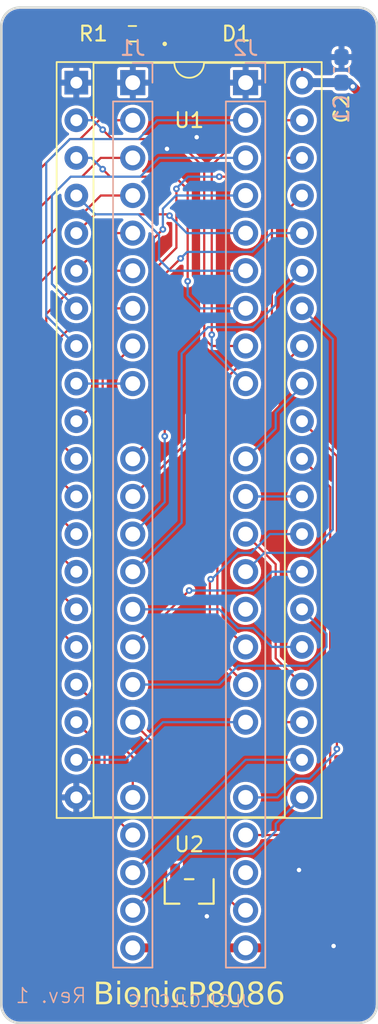
<source format=kicad_pcb>
(kicad_pcb (version 20241229) (generator "pcbnew") (generator_version "9.0")
  (title_block (title "BionicP8086") (date "2025-12-24") (rev "1") (company "Tadashi G. Takaoka"))
  (layers (0 "F.Cu" signal) (2 "B.Cu" signal) (13 "F.Paste" user) (15 "B.Paste" user) (5 "F.SilkS" user "F.Silkscreen") (7 "B.SilkS" user "B.Silkscreen") (1 "F.Mask" user) (3 "B.Mask" user) (25 "Edge.Cuts" user))
  (net 0 "")
  (net 1 "GND")
  (net 2 "VCC")
  (net 3 "Net-(D1-K)")
  (net 4 "Net-(J2-P57)")
  (net 5 "AD9")
  (net 7 "CLK")
  (net 8 "M{slash}~{IO}")
  (net 9 "DT{slash}~{R}")
  (net 10 "READY")
  (net 11 "~{DEN}")
  (net 12 "AD13")
  (net 13 "A19")
  (net 14 "AD7")
  (net 15 "AD2")
  (net 16 "AD11")
  (net 17 "AD10")
  (net 18 "AD5")
  (net 19 "~{BHE}")
  (net 20 "AD12")
  (net 21 "RESET")
  (net 22 "~{RD}")
  (net 23 "AD8")
  (net 24 "ALE")
  (net 25 "AD3")
  (net 26 "~{TEST}")
  (net 27 "A18")
  (net 28 "AD0")
  (net 29 "HLDA")
  (net 30 "~{INTA}")
  (net 31 "NMI")
  (net 32 "AD1")
  (net 33 "AD4")
  (net 34 "A16")
  (net 35 "AD15")
  (net 36 "INTR")
  (net 37 "MN{slash}~{MX}")
  (net 38 "AD6")
  (net 39 "HOLD")
  (net 40 "A17")
  (net 41 "AD14")
  (net 42 "~{WR}")
  (footprint "rhom:LED_CSL1901UW1_ROM-M" (layer "F.Cu") (at 113.7 71.778)
    (property "Reference" "D1" (at 3.175 0 0) (layer "F.SilkS"))
    (property "Value" "CSL1901UW1")
    (fp_circle (center -1.651 0.6858) (end -1.5748 0.6858) (stroke (width 0.1524)) (fill no) (layer "F.SilkS"))
    (pad "1" smd rect (at -0.8763 0) (size 0.9652 0.762) (layers "F.Cu" "F.Mask" "F.Paste") (net 3 "Net-(D1-K)"))
    (pad "2" smd rect (at 0.8763 0) (size 0.9652 0.762) (layers "F.Cu" "F.Mask" "F.Paste") (net 2 "VCC"))
    (zone (net 0) (net_name "") (layer "F.Cu") (connect_pads (clearance 0)) (min_thickness 0.254)
      (keepout (tracks not_allowed) (vias not_allowed) (pads allowed) (copperpour not_allowed) (footprints allowed))
      (fill (thermal_gap 0.508) (thermal_bridge_width 0.508))
      (polygon (pts (xy 113.3571 71.4224) (xy 114.0429 71.4224) (xy 114.0429 72.1336) (xy 113.3571 72.1336)))
    )
  )
  (footprint "Capacitor_SMD:C_0603_1608Metric_Pad1.08x0.95mm_HandSolder" (layer "F.Cu") (at 123.987 74.2175 90)
    (property "Reference" "C2" (at -2.6405 0 90) (layer "F.SilkS"))
    (property "Value" "22u")
    (fp_line (start -0.146267 -0.51) (end 0.146267 -0.51) (stroke (width 0.12)) (layer "F.SilkS"))
    (fp_line (start -0.146267 0.51) (end 0.146267 0.51) (stroke (width 0.12)) (layer "F.SilkS"))
    (pad "1" smd roundrect (at -0.8625 0 90) (size 1.075 0.95) (layers "F.Cu" "F.Mask" "F.Paste") (net 2 "VCC"))
    (pad "2" smd roundrect (at 0.8625 0 90) (size 1.075 0.95) (layers "F.Cu" "F.Mask" "F.Paste") (net 1 "GND"))
  )
  (footprint "microchip:SOT-23_MC_MCH-M" (layer "F.Cu") (at 113.7 129.69 180)
    (property "Reference" "U2" (at 0 3.175 0) (layer "F.SilkS"))
    (property "Value" "11AA010-I/TT")
    (fp_line (start 1.652 0.827) (end 1.652 -0.827) (stroke (width 0.1524)) (layer "F.SilkS"))
    (fp_line (start 1.652 -0.827) (end 0.66294 -0.827) (stroke (width 0.1524)) (layer "F.SilkS"))
    (fp_line (start -0.287061 0.827) (end 0.287061 0.827) (stroke (width 0.1524)) (layer "F.SilkS"))
    (fp_line (start -0.66294 -0.827) (end -1.652 -0.827) (stroke (width 0.1524)) (layer "F.SilkS"))
    (fp_line (start -1.652 -0.827) (end -1.652 0.827) (stroke (width 0.1524)) (layer "F.SilkS"))
    (pad "1" smd rect (at -0.950001 1.066 180) (size 0.6604 1.6256) (layers "F.Cu" "F.Mask" "F.Paste") (net 4 "Net-(J2-P57)"))
    (pad "2" smd rect (at 0.950001 1.066 180) (size 0.6604 1.6256) (layers "F.Cu" "F.Mask" "F.Paste") (net 2 "VCC"))
    (pad "3" smd rect (at 0 -1.066 180) (size 0.6604 1.6256) (layers "F.Cu" "F.Mask" "F.Paste") (net 1 "GND"))
  )
  (footprint "Resistor_SMD:R_0603_1608Metric_Pad0.98x0.95mm_HandSolder" (layer "F.Cu") (at 109.8665 71.778 180)
    (property "Reference" "R1" (at 2.6435 0 0) (layer "F.SilkS"))
    (property "Value" "1.6k")
    (fp_line (start -0.254724 0.5225) (end 0.254724 0.5225) (stroke (width 0.12)) (layer "F.SilkS"))
    (fp_line (start -0.254724 -0.5225) (end 0.254724 -0.5225) (stroke (width 0.12)) (layer "F.SilkS"))
    (pad "1" smd roundrect (at -0.9125 0 180) (size 0.975 0.95) (layers "F.Cu" "F.Mask" "F.Paste") (net 3 "Net-(D1-K)"))
    (pad "2" smd roundrect (at 0.9125 0 180) (size 0.975 0.95) (layers "F.Cu" "F.Mask" "F.Paste") (net 1 "GND"))
  )
  (footprint "bionic:DIP-40_W15.24mm_Socket" (layer "F.Cu") (at 106.08 75.08)
    (property "Reference" "U1" (at 7.62 2.54 0) (layer "F.SilkS"))
    (property "Value" "P8086")
    (fp_line (start -1.33 -1.39) (end -1.33 49.65) (stroke (width 0.12)) (layer "F.SilkS"))
    (fp_line (start -1.33 49.65) (end 16.57 49.65) (stroke (width 0.12)) (layer "F.SilkS"))
    (fp_line (start 1.16 -1.33) (end 1.16 49.59) (stroke (width 0.12)) (layer "F.SilkS"))
    (fp_line (start 1.16 49.59) (end 14.08 49.59) (stroke (width 0.12)) (layer "F.SilkS"))
    (fp_line (start 6.62 -1.33) (end 1.16 -1.33) (stroke (width 0.12)) (layer "F.SilkS"))
    (fp_line (start 14.08 -1.33) (end 8.62 -1.33) (stroke (width 0.12)) (layer "F.SilkS"))
    (fp_line (start 14.08 49.59) (end 14.08 -1.33) (stroke (width 0.12)) (layer "F.SilkS"))
    (fp_line (start 16.57 -1.39) (end -1.33 -1.39) (stroke (width 0.12)) (layer "F.SilkS"))
    (fp_line (start 16.57 49.65) (end 16.57 -1.39) (stroke (width 0.12)) (layer "F.SilkS"))
    (fp_arc (start 8.62 -1.33) (mid 7.62 -0.33) (end 6.62 -1.33) (stroke (width 0.12)) (layer "F.SilkS"))
    (pad "1" thru_hole rect (at 0 0) (size 1.6 1.6) (drill 0.8) (layers "*.Cu" "*.Mask") (net 1 "GND"))
    (pad "2" thru_hole oval (at 0 2.54) (size 1.6 1.6) (drill 0.8) (layers "*.Cu" "*.Mask") (net 41 "AD14"))
    (pad "3" thru_hole oval (at 0 5.08) (size 1.6 1.6) (drill 0.8) (layers "*.Cu" "*.Mask") (net 12 "AD13"))
    (pad "4" thru_hole oval (at 0 7.62) (size 1.6 1.6) (drill 0.8) (layers "*.Cu" "*.Mask") (net 20 "AD12"))
    (pad "5" thru_hole oval (at 0 10.16) (size 1.6 1.6) (drill 0.8) (layers "*.Cu" "*.Mask") (net 16 "AD11"))
    (pad "6" thru_hole oval (at 0 12.7) (size 1.6 1.6) (drill 0.8) (layers "*.Cu" "*.Mask") (net 17 "AD10"))
    (pad "7" thru_hole oval (at 0 15.24) (size 1.6 1.6) (drill 0.8) (layers "*.Cu" "*.Mask") (net 5 "AD9"))
    (pad "8" thru_hole oval (at 0 17.78) (size 1.6 1.6) (drill 0.8) (layers "*.Cu" "*.Mask") (net 23 "AD8"))
    (pad "9" thru_hole oval (at 0 20.32) (size 1.6 1.6) (drill 0.8) (layers "*.Cu" "*.Mask") (net 14 "AD7"))
    (pad "10" thru_hole oval (at 0 22.86) (size 1.6 1.6) (drill 0.8) (layers "*.Cu" "*.Mask") (net 38 "AD6"))
    (pad "11" thru_hole oval (at 0 25.4) (size 1.6 1.6) (drill 0.8) (layers "*.Cu" "*.Mask") (net 18 "AD5"))
    (pad "12" thru_hole oval (at 0 27.94) (size 1.6 1.6) (drill 0.8) (layers "*.Cu" "*.Mask") (net 33 "AD4"))
    (pad "13" thru_hole oval (at 0 30.48) (size 1.6 1.6) (drill 0.8) (layers "*.Cu" "*.Mask") (net 25 "AD3"))
    (pad "14" thru_hole oval (at 0 33.02) (size 1.6 1.6) (drill 0.8) (layers "*.Cu" "*.Mask") (net 15 "AD2"))
    (pad "15" thru_hole oval (at 0 35.56) (size 1.6 1.6) (drill 0.8) (layers "*.Cu" "*.Mask") (net 32 "AD1"))
    (pad "16" thru_hole oval (at 0 38.1) (size 1.6 1.6) (drill 0.8) (layers "*.Cu" "*.Mask") (net 28 "AD0"))
    (pad "17" thru_hole oval (at 0 40.64) (size 1.6 1.6) (drill 0.8) (layers "*.Cu" "*.Mask") (net 31 "NMI"))
    (pad "18" thru_hole oval (at 0 43.18) (size 1.6 1.6) (drill 0.8) (layers "*.Cu" "*.Mask") (net 36 "INTR"))
    (pad "19" thru_hole oval (at 0 45.72) (size 1.6 1.6) (drill 0.8) (layers "*.Cu" "*.Mask") (net 7 "CLK"))
    (pad "20" thru_hole oval (at 0 48.26) (size 1.6 1.6) (drill 0.8) (layers "*.Cu" "*.Mask") (net 1 "GND"))
    (pad "21" thru_hole oval (at 15.24 48.26) (size 1.6 1.6) (drill 0.8) (layers "*.Cu" "*.Mask") (net 21 "RESET"))
    (pad "22" thru_hole oval (at 15.24 45.72) (size 1.6 1.6) (drill 0.8) (layers "*.Cu" "*.Mask") (net 10 "READY"))
    (pad "23" thru_hole oval (at 15.24 43.18) (size 1.6 1.6) (drill 0.8) (layers "*.Cu" "*.Mask") (net 26 "~{TEST}"))
    (pad "24" thru_hole oval (at 15.24 40.64) (size 1.6 1.6) (drill 0.8) (layers "*.Cu" "*.Mask") (net 30 "~{INTA}"))
    (pad "25" thru_hole oval (at 15.24 38.1) (size 1.6 1.6) (drill 0.8) (layers "*.Cu" "*.Mask") (net 24 "ALE"))
    (pad "26" thru_hole oval (at 15.24 35.56) (size 1.6 1.6) (drill 0.8) (layers "*.Cu" "*.Mask") (net 11 "~{DEN}"))
    (pad "27" thru_hole oval (at 15.24 33.02) (size 1.6 1.6) (drill 0.8) (layers "*.Cu" "*.Mask") (net 9 "DT{slash}~{R}"))
    (pad "28" thru_hole oval (at 15.24 30.48) (size 1.6 1.6) (drill 0.8) (layers "*.Cu" "*.Mask") (net 8 "M{slash}~{IO}"))
    (pad "29" thru_hole oval (at 15.24 27.94) (size 1.6 1.6) (drill 0.8) (layers "*.Cu" "*.Mask") (net 42 "~{WR}"))
    (pad "30" thru_hole oval (at 15.24 25.4) (size 1.6 1.6) (drill 0.8) (layers "*.Cu" "*.Mask") (net 29 "HLDA"))
    (pad "31" thru_hole oval (at 15.24 22.86) (size 1.6 1.6) (drill 0.8) (layers "*.Cu" "*.Mask") (net 39 "HOLD"))
    (pad "32" thru_hole oval (at 15.24 20.32) (size 1.6 1.6) (drill 0.8) (layers "*.Cu" "*.Mask") (net 22 "~{RD}"))
    (pad "33" thru_hole oval (at 15.24 17.78) (size 1.6 1.6) (drill 0.8) (layers "*.Cu" "*.Mask") (net 37 "MN{slash}~{MX}"))
    (pad "34" thru_hole oval (at 15.24 15.24) (size 1.6 1.6) (drill 0.8) (layers "*.Cu" "*.Mask") (net 19 "~{BHE}"))
    (pad "35" thru_hole oval (at 15.24 12.7) (size 1.6 1.6) (drill 0.8) (layers "*.Cu" "*.Mask") (net 13 "A19"))
    (pad "36" thru_hole oval (at 15.24 10.16) (size 1.6 1.6) (drill 0.8) (layers "*.Cu" "*.Mask") (net 27 "A18"))
    (pad "37" thru_hole oval (at 15.24 7.62) (size 1.6 1.6) (drill 0.8) (layers "*.Cu" "*.Mask") (net 40 "A17"))
    (pad "38" thru_hole oval (at 15.24 5.08) (size 1.6 1.6) (drill 0.8) (layers "*.Cu" "*.Mask") (net 34 "A16"))
    (pad "39" thru_hole oval (at 15.24 2.54) (size 1.6 1.6) (drill 0.8) (layers "*.Cu" "*.Mask") (net 35 "AD15"))
    (pad "40" thru_hole oval (at 15.24 0) (size 1.6 1.6) (drill 0.8) (layers "*.Cu" "*.Mask") (net 2 "VCC"))
  )
  (footprint "bionic:Bionic-P245_THT" (layer "B.Cu") (at 117.51 75.08 180)
    (property "Reference" "J2" (at 0 2.33 0) (layer "B.SilkS") (effects (justify mirror)))
    (property "Value" "Bionic-P245")
    (fp_line (start 1.33 -1.27) (end 1.33 -59.75) (stroke (width 0.12)) (layer "B.SilkS"))
    (fp_line (start -1.33 1.33) (end 0 1.33) (stroke (width 0.12)) (layer "B.SilkS"))
    (fp_line (start -1.33 0) (end -1.33 1.33) (stroke (width 0.12)) (layer "B.SilkS"))
    (fp_line (start -1.33 -1.27) (end 1.33 -1.27) (stroke (width 0.12)) (layer "B.SilkS"))
    (fp_line (start -1.33 -1.27) (end -1.33 -59.75) (stroke (width 0.12)) (layer "B.SilkS"))
    (fp_line (start -1.33 -59.75) (end 1.33 -59.75) (stroke (width 0.12)) (layer "B.SilkS"))
    (pad "25" thru_hole oval (at 0 -58.42 180) (size 1.7 1.7) (drill 1) (layers "*.Cu" "*.Mask") (net 2 "VCC"))
    (pad "26" thru_hole oval (at 0 -55.88 180) (size 1.7 1.7) (drill 1) (layers "*.Cu" "*.Mask") (net 4 "Net-(J2-P57)"))
    (pad "27" thru_hole oval (at 0 -53.34 180) (size 1.7 1.7) (drill 1) (layers "*.Cu" "*.Mask"))
    (pad "28" thru_hole oval (at 0 -50.8 180) (size 1.7 1.7) (drill 1) (layers "*.Cu" "*.Mask") (net 29 "HLDA"))
    (pad "29" thru_hole oval (at 0 -48.26 180) (size 1.7 1.7) (drill 1) (layers "*.Cu" "*.Mask") (net 39 "HOLD"))
    (pad "31" thru_hole oval (at 0 -43.18 180) (size 1.7 1.7) (drill 1) (layers "*.Cu" "*.Mask") (net 7 "CLK"))
    (pad "32" thru_hole oval (at 0 -40.64 180) (size 1.7 1.7) (drill 1) (layers "*.Cu" "*.Mask") (net 8 "M{slash}~{IO}"))
    (pad "33" thru_hole oval (at 0 -38.1 180) (size 1.7 1.7) (drill 1) (layers "*.Cu" "*.Mask") (net 37 "MN{slash}~{MX}"))
    (pad "34" thru_hole oval (at 0 -35.56 180) (size 1.7 1.7) (drill 1) (layers "*.Cu" "*.Mask"))
    (pad "35" thru_hole oval (at 0 -33.02 180) (size 1.7 1.7) (drill 1) (layers "*.Cu" "*.Mask") (net 19 "~{BHE}"))
    (pad "36" thru_hole oval (at 0 -30.48 180) (size 1.7 1.7) (drill 1) (layers "*.Cu" "*.Mask") (net 30 "~{INTA}"))
    (pad "37" thru_hole oval (at 0 -27.94 180) (size 1.7 1.7) (drill 1) (layers "*.Cu" "*.Mask") (net 42 "~{WR}"))
    (pad "38" thru_hole oval (at 0 -25.4 180) (size 1.7 1.7) (drill 1) (layers "*.Cu" "*.Mask") (net 22 "~{RD}"))
    (pad "40" thru_hole oval (at 0 -20.32 180) (size 1.7 1.7) (drill 1) (layers "*.Cu" "*.Mask") (net 35 "AD15"))
    (pad "41" thru_hole oval (at 0 -17.78 180) (size 1.7 1.7) (drill 1) (layers "*.Cu" "*.Mask") (net 41 "AD14"))
    (pad "42" thru_hole oval (at 0 -15.24 180) (size 1.7 1.7) (drill 1) (layers "*.Cu" "*.Mask") (net 12 "AD13"))
    (pad "43" thru_hole oval (at 0 -12.7 180) (size 1.7 1.7) (drill 1) (layers "*.Cu" "*.Mask") (net 20 "AD12"))
    (pad "44" thru_hole oval (at 0 -10.16 180) (size 1.7 1.7) (drill 1) (layers "*.Cu" "*.Mask") (net 16 "AD11"))
    (pad "45" thru_hole oval (at 0 -7.62 180) (size 1.7 1.7) (drill 1) (layers "*.Cu" "*.Mask") (net 17 "AD10"))
    (pad "46" thru_hole oval (at 0 -5.08 180) (size 1.7 1.7) (drill 1) (layers "*.Cu" "*.Mask") (net 5 "AD9"))
    (pad "47" thru_hole oval (at 0 -2.54 180) (size 1.7 1.7) (drill 1) (layers "*.Cu" "*.Mask") (net 23 "AD8"))
    (pad "48" thru_hole rect (at 0 0 180) (size 1.7 1.7) (drill 1) (layers "*.Cu" "*.Mask") (net 1 "GND"))
  )
  (footprint "Capacitor_SMD:C_0603_1608Metric_Pad1.08x0.95mm_HandSolder" (layer "B.Cu") (at 123.987 74.2175 90)
    (property "Reference" "C1" (at -2.6405 0 90) (layer "B.SilkS") (effects (justify mirror)))
    (property "Value" "0.1u")
    (fp_line (start -0.146267 -0.51) (end 0.146267 -0.51) (stroke (width 0.12)) (layer "B.SilkS"))
    (fp_line (start -0.146267 0.51) (end 0.146267 0.51) (stroke (width 0.12)) (layer "B.SilkS"))
    (pad "1" smd roundrect (at -0.8625 0 90) (size 1.075 0.95) (layers "B.Cu" "B.Mask" "B.Paste") (net 2 "VCC"))
    (pad "2" smd roundrect (at 0.8625 0 90) (size 1.075 0.95) (layers "B.Cu" "B.Mask" "B.Paste") (net 1 "GND"))
  )
  (footprint "bionic:Bionic-P135_THT" (layer "B.Cu") (at 109.89 75.08 180)
    (property "Reference" "J1" (at 0 2.33 0) (layer "B.SilkS") (effects (justify mirror)))
    (property "Value" "Bionic-P135")
    (fp_line (start 1.33 -1.27) (end 1.33 -59.75) (stroke (width 0.12)) (layer "B.SilkS"))
    (fp_line (start -1.33 1.33) (end 0 1.33) (stroke (width 0.12)) (layer "B.SilkS"))
    (fp_line (start -1.33 0) (end -1.33 1.33) (stroke (width 0.12)) (layer "B.SilkS"))
    (fp_line (start -1.33 -1.27) (end 1.33 -1.27) (stroke (width 0.12)) (layer "B.SilkS"))
    (fp_line (start -1.33 -1.27) (end -1.33 -59.75) (stroke (width 0.12)) (layer "B.SilkS"))
    (fp_line (start -1.33 -59.75) (end 1.33 -59.75) (stroke (width 0.12)) (layer "B.SilkS"))
    (pad "1" thru_hole rect (at 0 0 180) (size 1.7 1.7) (drill 1) (layers "*.Cu" "*.Mask") (net 1 "GND"))
    (pad "2" thru_hole oval (at 0 -2.54 180) (size 1.7 1.7) (drill 1) (layers "*.Cu" "*.Mask") (net 28 "AD0"))
    (pad "3" thru_hole oval (at 0 -5.08 180) (size 1.7 1.7) (drill 1) (layers "*.Cu" "*.Mask") (net 32 "AD1"))
    (pad "4" thru_hole oval (at 0 -7.62 180) (size 1.7 1.7) (drill 1) (layers "*.Cu" "*.Mask") (net 15 "AD2"))
    (pad "5" thru_hole oval (at 0 -10.16 180) (size 1.7 1.7) (drill 1) (layers "*.Cu" "*.Mask") (net 25 "AD3"))
    (pad "6" thru_hole oval (at 0 -12.7 180) (size 1.7 1.7) (drill 1) (layers "*.Cu" "*.Mask") (net 33 "AD4"))
    (pad "7" thru_hole oval (at 0 -15.24 180) (size 1.7 1.7) (drill 1) (layers "*.Cu" "*.Mask") (net 18 "AD5"))
    (pad "8" thru_hole oval (at 0 -17.78 180) (size 1.7 1.7) (drill 1) (layers "*.Cu" "*.Mask") (net 38 "AD6"))
    (pad "9" thru_hole oval (at 0 -20.32 180) (size 1.7 1.7) (drill 1) (layers "*.Cu" "*.Mask") (net 14 "AD7"))
    (pad "11" thru_hole oval (at 0 -25.4 180) (size 1.7 1.7) (drill 1) (layers "*.Cu" "*.Mask") (net 34 "A16"))
    (pad "12" thru_hole oval (at 0 -27.94 180) (size 1.7 1.7) (drill 1) (layers "*.Cu" "*.Mask") (net 40 "A17"))
    (pad "13" thru_hole oval (at 0 -30.48 180) (size 1.7 1.7) (drill 1) (layers "*.Cu" "*.Mask") (net 27 "A18"))
    (pad "14" thru_hole oval (at 0 -33.02 180) (size 1.7 1.7) (drill 1) (layers "*.Cu" "*.Mask") (net 13 "A19"))
    (pad "15" thru_hole oval (at 0 -35.56 180) (size 1.7 1.7) (drill 1) (layers "*.Cu" "*.Mask") (net 24 "ALE"))
    (pad "16" thru_hole oval (at 0 -38.1 180) (size 1.7 1.7) (drill 1) (layers "*.Cu" "*.Mask") (net 9 "DT{slash}~{R}"))
    (pad "17" thru_hole oval (at 0 -40.64 180) (size 1.7 1.7) (drill 1) (layers "*.Cu" "*.Mask") (net 11 "~{DEN}"))
    (pad "18" thru_hole oval (at 0 -43.18 180) (size 1.7 1.7) (drill 1) (layers "*.Cu" "*.Mask") (net 26 "~{TEST}"))
    (pad "20" thru_hole oval (at 0 -48.26 180) (size 1.7 1.7) (drill 1) (layers "*.Cu" "*.Mask") (net 31 "NMI"))
    (pad "21" thru_hole oval (at 0 -50.8 180) (size 1.7 1.7) (drill 1) (layers "*.Cu" "*.Mask") (net 36 "INTR"))
    (pad "22" thru_hole oval (at 0 -53.34 180) (size 1.7 1.7) (drill 1) (layers "*.Cu" "*.Mask") (net 10 "READY"))
    (pad "23" thru_hole oval (at 0 -55.88 180) (size 1.7 1.7) (drill 1) (layers "*.Cu" "*.Mask") (net 21 "RESET"))
    (pad "24" thru_hole oval (at 0 -58.42 180) (size 1.7 1.7) (drill 1) (layers "*.Cu" "*.Mask") (net 2 "VCC"))
  )
  (gr_arc (start 101 71.27) (mid 101.371974 70.371974) (end 102.27 70) (stroke (width 0.15)) (layer "Edge.Cuts"))
  (gr_line (start 101 137.31) (end 101 71.27) (stroke (width 0.15)) (layer "Edge.Cuts"))
  (gr_arc (start 126.4 137.31) (mid 126.028026 138.208026) (end 125.13 138.58) (stroke (width 0.15)) (layer "Edge.Cuts"))
  (gr_arc (start 102.27 138.58) (mid 101.371974 138.208026) (end 101 137.31) (stroke (width 0.15)) (layer "Edge.Cuts"))
  (gr_line (start 102.27 70) (end 125.13 70) (stroke (width 0.15)) (layer "Edge.Cuts"))
  (gr_arc (start 125.13 70) (mid 126.028026 70.371974) (end 126.4 71.27) (stroke (width 0.15)) (layer "Edge.Cuts"))
  (gr_line (start 125.13 138.58) (end 102.27 138.58) (stroke (width 0.15)) (layer "Edge.Cuts"))
  (gr_line (start 126.4 71.27) (end 126.4 137.31) (stroke (width 0.15)) (layer "Edge.Cuts"))
  (gr_text "BionicP8086" (at 113.7 137.564 0) (layer "F.SilkS") (effects (font (size 1.5 1.5)) (justify bottom)))
  (gr_text "JLCJLCJLCJLC" (at 113.7 137.564 -0) (layer "B.SilkS") (effects (font (size 0.8 0.8) (thickness 0.1)) (justify bottom mirror)))
  (gr_text "Rev. 1" (at 106.842 137.31 -0) (layer "B.SilkS") (effects (font (size 1 1) (thickness 0.1)) (justify left bottom mirror)))
  (via (at 123.4536 133.373) (size 0.6) (drill 0.3) (layers "F.Cu" "B.Cu") (net 1))
  (via (at 114.208 78.763) (size 0.6) (drill 0.3) (layers "F.Cu" "B.Cu") (net 1))
  (via (at 112.2014 79.5504) (size 0.6) (drill 0.3) (layers "F.Cu" "B.Cu") (net 1))
  (via (at 114.8938 131.3664) (size 0.6) (drill 0.3) (layers "F.Cu" "B.Cu") (net 1))
  (via (at 121.1168 128.2422) (size 0.6) (drill 0.3) (layers "F.Cu" "B.Cu") (net 1))
  (segment (start 112.75 133.498) (end 112.748 133.5) (width 0.6) (layer "F.Cu") (net 2))
  (segment (start 119.059 133.5) (end 125.13 127.429) (width 0.6) (layer "F.Cu") (net 2))
  (segment (start 124.749 75.334) (end 124.495 75.08) (width 0.6) (layer "F.Cu") (net 2))
  (segment (start 125.13 127.429) (end 125.13 75.715) (width 0.6) (layer "F.Cu") (net 2))
  (segment (start 121.32 73.937) (end 121.32 75.08) (width 0.15) (layer "F.Cu") (net 2))
  (segment (start 124.495 75.08) (end 123.987 75.08) (width 0.6) (layer "F.Cu") (net 2))
  (segment (start 112.75 128.624) (end 112.75 133.498) (width 0.15) (layer "F.Cu") (net 2))
  (segment (start 117.51 133.5) (end 119.059 133.5) (width 0.6) (layer "F.Cu") (net 2))
  (segment (start 114.576 71.778) (end 119.161 71.778) (width 0.15) (layer "F.Cu") (net 2))
  (segment (start 112.748 133.5) (end 117.51 133.5) (width 0.6) (layer "F.Cu") (net 2))
  (segment (start 119.161 71.778) (end 121.32 73.937) (width 0.15) (layer "F.Cu") (net 2))
  (segment (start 109.89 133.5) (end 112.748 133.5) (width 0.6) (layer "F.Cu") (net 2))
  (segment (start 123.987 75.08) (end 121.32 75.08) (width 0.6) (layer "F.Cu") (net 2))
  (segment (start 125.13 75.715) (end 124.749 75.334) (width 0.6) (layer "F.Cu") (net 2))
  (via (at 124.749 75.334) (size 0.6) (drill 0.3) (layers "F.Cu" "B.Cu") (net 2))
  (segment (start 123.987 75.08) (end 121.32 75.08) (width 0.6) (layer "B.Cu") (net 2))
  (segment (start 124.749 75.334) (end 124.495 75.08) (width 0.6) (layer "B.Cu") (net 2))
  (segment (start 124.495 75.08) (end 123.987 75.08) (width 0.6) (layer "B.Cu") (net 2))
  (segment (start 112.824 71.778) (end 110.779 71.778) (width 0.15) (layer "F.Cu") (net 3))
  (segment (start 117.129 130.96) (end 117.51 130.96) (width 0.15) (layer "F.Cu") (net 4))
  (segment (start 114.793 128.624) (end 117.129 130.96) (width 0.15) (layer "F.Cu") (net 4))
  (segment (start 114.65 128.624) (end 114.793 128.624) (width 0.15) (layer "F.Cu") (net 4))
  (segment (start 111.668 80.16) (end 110.398 81.43) (width 0.15) (layer "B.Cu") (net 5))
  (segment (start 117.51 80.16) (end 111.668 80.16) (width 0.15) (layer "B.Cu") (net 5))
  (segment (start 110.398 81.43) (end 105.699 81.43) (width 0.15) (layer "B.Cu") (net 5))
  (segment (start 105.699 81.43) (end 104.429 82.7) (width 0.15) (layer "B.Cu") (net 5))
  (segment (start 104.429 82.7) (end 104.429 88.669) (width 0.15) (layer "B.Cu") (net 5))
  (segment (start 104.429 88.669) (end 106.08 90.32) (width 0.15) (layer "B.Cu") (net 5))
  (segment (start 106.08 120.8) (end 109.382 120.8) (width 0.15) (layer "B.Cu") (net 7))
  (segment (start 109.382 120.8) (end 111.922 118.26) (width 0.15) (layer "B.Cu") (net 7))
  (segment (start 111.922 118.26) (end 117.51 118.26) (width 0.15) (layer "B.Cu") (net 7))
  (segment (start 115.155 108.608) (end 115.097 108.666) (width 0.15) (layer "F.Cu") (net 8))
  (segment (start 115.097 113.307) (end 117.51 115.72) (width 0.15) (layer "F.Cu") (net 8))
  (segment (start 115.097 108.666) (end 115.097 113.307) (width 0.15) (layer "F.Cu") (net 8))
  (via (at 115.155 108.608) (size 0.45) (drill 0.2) (layers "F.Cu" "B.Cu") (net 8))
  (segment (start 117.891 106.83) (end 119.161 105.56) (width 0.15) (layer "B.Cu") (net 8))
  (segment (start 115.224 108.608) (end 117.002 106.83) (width 0.15) (layer "B.Cu") (net 8))
  (segment (start 119.161 105.56) (end 121.32 105.56) (width 0.15) (layer "B.Cu") (net 8))
  (segment (start 117.002 106.83) (end 117.891 106.83) (width 0.15) (layer "B.Cu") (net 8))
  (segment (start 115.155 108.608) (end 115.224 108.608) (width 0.15) (layer "B.Cu") (net 8))
  (segment (start 113.7 109.37) (end 109.89 113.18) (width 0.15) (layer "F.Cu") (net 9))
  (via (at 113.7 109.37) (size 0.45) (drill 0.2) (layers "F.Cu" "B.Cu") (net 9))
  (segment (start 113.7 109.37) (end 118.018 109.37) (width 0.15) (layer "B.Cu") (net 9))
  (segment (start 118.018 109.37) (end 119.288 108.1) (width 0.15) (layer "B.Cu") (net 9))
  (segment (start 119.288 108.1) (end 121.32 108.1) (width 0.15) (layer "B.Cu") (net 9))
  (segment (start 117.51 120.8) (end 109.89 128.42) (width 0.15) (layer "B.Cu") (net 10))
  (segment (start 121.32 120.8) (end 117.51 120.8) (width 0.15) (layer "B.Cu") (net 10))
  (segment (start 115.732 115.72) (end 109.89 115.72) (width 0.15) (layer "B.Cu") (net 11))
  (segment (start 122.971 113.18) (end 121.701 114.45) (width 0.15) (layer "B.Cu") (net 11))
  (segment (start 122.971 112.291) (end 122.971 113.18) (width 0.15) (layer "B.Cu") (net 11))
  (segment (start 117.002 114.45) (end 115.732 115.72) (width 0.15) (layer "B.Cu") (net 11))
  (segment (start 121.32 110.64) (end 122.971 112.291) (width 0.15) (layer "B.Cu") (net 11))
  (segment (start 121.701 114.45) (end 117.002 114.45) (width 0.15) (layer "B.Cu") (net 11))
  (segment (start 113.5984 88.4912) (end 113.5984 82.2936) (width 0.15) (layer "F.Cu") (net 12))
  (segment (start 112.7348 81.43) (end 108.366 81.43) (width 0.15) (layer "F.Cu") (net 12))
  (segment (start 108.366 81.43) (end 107.858 80.922) (width 0.15) (layer "F.Cu") (net 12))
  (segment (start 113.5984 82.2936) (end 112.7348 81.43) (width 0.15) (layer "F.Cu") (net 12))
  (via (at 113.5984 88.4912) (size 0.45) (drill 0.2) (layers "F.Cu" "B.Cu") (net 12))
  (via (at 107.858 80.922) (size 0.45) (drill 0.2) (layers "F.Cu" "B.Cu") (net 12))
  (segment (start 106.08 80.16) (end 107.096 80.16) (width 0.15) (layer "B.Cu") (net 12))
  (segment (start 107.096 80.16) (end 107.858 80.922) (width 0.15) (layer "B.Cu") (net 12))
  (segment (start 114.462 90.32) (end 117.51 90.32) (width 0.15) (layer "B.Cu") (net 12))
  (segment (start 113.5984 88.4912) (end 113.5984 89.4564) (width 0.15) (layer "B.Cu") (net 12))
  (segment (start 113.5984 89.4564) (end 114.462 90.32) (width 0.15) (layer "B.Cu") (net 12))
  (segment (start 113.192 93.368) (end 114.97 91.59) (width 0.15) (layer "B.Cu") (net 13))
  (segment (start 118.018 91.59) (end 119.542 90.066) (width 0.15) (layer "B.Cu") (net 13))
  (segment (start 119.542 90.066) (end 119.542 89.558) (width 0.15) (layer "B.Cu") (net 13))
  (segment (start 109.89 108.1) (end 113.192 104.798) (width 0.15) (layer "B.Cu") (net 13))
  (segment (start 114.97 91.59) (end 118.018 91.59) (width 0.15) (layer "B.Cu") (net 13))
  (segment (start 119.542 89.558) (end 121.32 87.78) (width 0.15) (layer "B.Cu") (net 13))
  (segment (start 113.192 104.798) (end 113.192 93.368) (width 0.15) (layer "B.Cu") (net 13))
  (segment (start 106.08 95.4) (end 109.89 95.4) (width 0.15) (layer "B.Cu") (net 14))
  (segment (start 103.286 105.306) (end 106.08 108.1) (width 0.15) (layer "F.Cu") (net 15))
  (segment (start 109.89 82.7) (end 107.731 82.7) (width 0.15) (layer "F.Cu") (net 15))
  (segment (start 105.699 83.97) (end 103.286 86.383) (width 0.15) (layer "F.Cu") (net 15))
  (segment (start 107.731 82.7) (end 106.461 83.97) (width 0.15) (layer "F.Cu") (net 15))
  (segment (start 103.286 86.383) (end 103.286 105.306) (width 0.15) (layer "F.Cu") (net 15))
  (segment (start 106.461 83.97) (end 105.699 83.97) (width 0.15) (layer "F.Cu") (net 15))
  (segment (start 112.372699 84.06215) (end 112.337849 84.06215) (width 0.15) (layer "F.Cu") (net 16))
  (segment (start 112.245699 83.97) (end 107.35 83.97) (width 0.15) (layer "F.Cu") (net 16))
  (segment (start 112.337849 84.06215) (end 112.245699 83.97) (width 0.15) (layer "F.Cu") (net 16))
  (segment (start 107.35 83.97) (end 106.08 85.24) (width 0.15) (layer "F.Cu") (net 16))
  (via (at 112.372699 84.06215) (size 0.45) (drill 0.2) (layers "F.Cu" "B.Cu") (net 16))
  (segment (start 112.372699 84.065099) (end 113.5476 85.24) (width 0.15) (layer "B.Cu") (net 16))
  (segment (start 112.372699 84.06215) (end 112.372699 84.065099) (width 0.15) (layer "B.Cu") (net 16))
  (segment (start 113.5476 85.24) (end 117.51 85.24) (width 0.15) (layer "B.Cu") (net 16))
  (segment (start 110.398 86.51) (end 107.35 86.51) (width 0.15) (layer "F.Cu") (net 17))
  (segment (start 107.35 86.51) (end 106.08 87.78) (width 0.15) (layer "F.Cu") (net 17))
  (segment (start 111.922699 84.985301) (end 110.398 86.51) (width 0.15) (layer "F.Cu") (net 17))
  (via (at 111.922699 84.985301) (size 0.45) (drill 0.2) (layers "F.Cu" "B.Cu") (net 17))
  (segment (start 112.811 82.7) (end 117.51 82.7) (width 0.15) (layer "B.Cu") (net 17))
  (segment (start 111.922699 84.985301) (end 111.922699 83.588301) (width 0.15) (layer "B.Cu") (net 17))
  (segment (start 111.922699 83.588301) (end 112.811 82.7) (width 0.15) (layer "B.Cu") (net 17))
  (segment (start 104.429 98.829) (end 106.08 100.48) (width 0.15) (layer "F.Cu") (net 18))
  (segment (start 106.461 91.59) (end 105.699 91.59) (width 0.15) (layer "F.Cu") (net 18))
  (segment (start 105.699 91.59) (end 104.429 92.86) (width 0.15) (layer "F.Cu") (net 18))
  (segment (start 109.89 90.32) (end 107.731 90.32) (width 0.15) (layer "F.Cu") (net 18))
  (segment (start 107.731 90.32) (end 106.461 91.59) (width 0.15) (layer "F.Cu") (net 18))
  (segment (start 104.429 92.86) (end 104.429 98.829) (width 0.15) (layer "F.Cu") (net 18))
  (segment (start 121.828 106.83) (end 118.78 106.83) (width 0.15) (layer "B.Cu") (net 19))
  (segment (start 123.4013 105.2567) (end 121.828 106.83) (width 0.15) (layer "B.Cu") (net 19))
  (segment (start 118.78 106.83) (end 117.51 108.1) (width 0.15) (layer "B.Cu") (net 19))
  (segment (start 123.4013 92.4013) (end 123.4013 105.2567) (width 0.15) (layer "B.Cu") (net 19))
  (segment (start 121.32 90.32) (end 123.4013 92.4013) (width 0.15) (layer "B.Cu") (net 19))
  (segment (start 111.668 87.018) (end 112.43 87.78) (width 0.15) (layer "B.Cu") (net 20))
  (segment (start 111.668 85.367) (end 111.668 87.018) (width 0.15) (layer "B.Cu") (net 20))
  (segment (start 107.35 83.97) (end 110.271 83.97) (width 0.15) (layer "B.Cu") (net 20))
  (segment (start 112.43 87.78) (end 117.51 87.78) (width 0.15) (layer "B.Cu") (net 20))
  (segment (start 110.271 83.97) (end 111.668 85.367) (width 0.15) (layer "B.Cu") (net 20))
  (segment (start 106.08 82.7) (end 107.35 83.97) (width 0.15) (layer "B.Cu") (net 20))
  (segment (start 118.018 127.15) (end 113.7 127.15) (width 0.15) (layer "B.Cu") (net 21))
  (segment (start 119.542 125.118) (end 119.542 125.626) (width 0.15) (layer "B.Cu") (net 21))
  (segment (start 119.542 125.626) (end 118.018 127.15) (width 0.15) (layer "B.Cu") (net 21))
  (segment (start 121.32 123.34) (end 119.542 125.118) (width 0.15) (layer "B.Cu") (net 21))
  (segment (start 113.7 127.15) (end 109.89 130.96) (width 0.15) (layer "B.Cu") (net 21))
  (segment (start 119.542 97.3572) (end 121.32 95.5792) (width 0.15) (layer "B.Cu") (net 22))
  (segment (start 121.32 95.5792) (end 121.32 95.4) (width 0.15) (layer "B.Cu") (net 22))
  (segment (start 117.51 100.48) (end 119.542 98.448) (width 0.15) (layer "B.Cu") (net 22))
  (segment (start 119.542 98.448) (end 119.542 97.3572) (width 0.15) (layer "B.Cu") (net 22))
  (segment (start 117.51 77.62) (end 111.541 77.62) (width 0.15) (layer "B.Cu") (net 23))
  (segment (start 104.048 80.4902) (end 104.048 90.828) (width 0.15) (layer "B.Cu") (net 23))
  (segment (start 110.271 78.89) (end 105.6482 78.89) (width 0.15) (layer "B.Cu") (net 23))
  (segment (start 105.6482 78.89) (end 104.048 80.4902) (width 0.15) (layer "B.Cu") (net 23))
  (segment (start 111.541 77.62) (end 110.271 78.89) (width 0.15) (layer "B.Cu") (net 23))
  (segment (start 104.048 90.828) (end 106.08 92.86) (width 0.15) (layer "B.Cu") (net 23))
  (segment (start 117.002 111.91) (end 118.018 111.91) (width 0.15) (layer "B.Cu") (net 24))
  (segment (start 109.89 110.64) (end 115.732 110.64) (width 0.15) (layer "B.Cu") (net 24))
  (segment (start 115.732 110.64) (end 117.002 111.91) (width 0.15) (layer "B.Cu") (net 24))
  (segment (start 118.018 111.91) (end 119.288 113.18) (width 0.15) (layer "B.Cu") (net 24))
  (segment (start 119.288 113.18) (end 121.32 113.18) (width 0.15) (layer "B.Cu") (net 24))
  (segment (start 107.731 85.24) (end 109.89 85.24) (width 0.15) (layer "F.Cu") (net 25))
  (segment (start 106.461 86.51) (end 107.731 85.24) (width 0.15) (layer "F.Cu") (net 25))
  (segment (start 103.667 103.147) (end 103.667 88.542) (width 0.15) (layer "F.Cu") (net 25))
  (segment (start 103.667 88.542) (end 105.699 86.51) (width 0.15) (layer "F.Cu") (net 25))
  (segment (start 106.08 105.56) (end 103.667 103.147) (width 0.15) (layer "F.Cu") (net 25))
  (segment (start 105.699 86.51) (end 106.461 86.51) (width 0.15) (layer "F.Cu") (net 25))
  (segment (start 117.891 119.657) (end 119.288 118.26) (width 0.15) (layer "F.Cu") (net 26))
  (segment (start 109.89 118.26) (end 111.287 119.657) (width 0.15) (layer "F.Cu") (net 26))
  (segment (start 111.287 119.657) (end 117.891 119.657) (width 0.15) (layer "F.Cu") (net 26))
  (segment (start 119.288 118.26) (end 121.32 118.26) (width 0.15) (layer "F.Cu") (net 26))
  (segment (start 113.122303 86.948303) (end 112.049 88.021605) (width 0.15) (layer "F.Cu") (net 27))
  (segment (start 112.049 88.021605) (end 112.049 98.956) (width 0.15) (layer "F.Cu") (net 27))
  (via (at 112.049 98.956) (size 0.45) (drill 0.2) (layers "F.Cu" "B.Cu") (net 27))
  (via (at 113.122303 86.948303) (size 0.45) (drill 0.2) (layers "F.Cu" "B.Cu") (net 27))
  (segment (start 113.560605 86.51) (end 117.9545 86.51) (width 0.15) (layer "B.Cu") (net 27))
  (segment (start 113.122303 86.948303) (end 113.560605 86.51) (width 0.15) (layer "B.Cu") (net 27))
  (segment (start 112.049 103.401) (end 109.89 105.56) (width 0.15) (layer "B.Cu") (net 27))
  (segment (start 119.2245 85.24) (end 121.32 85.24) (width 0.15) (layer "B.Cu") (net 27))
  (segment (start 112.049 98.956) (end 112.049 103.401) (width 0.15) (layer "B.Cu") (net 27))
  (segment (start 117.9545 86.51) (end 119.2245 85.24) (width 0.15) (layer "B.Cu") (net 27))
  (segment (start 105.6482 78.89) (end 102.524 82.0142) (width 0.15) (layer "F.Cu") (net 28))
  (segment (start 102.524 109.624) (end 106.08 113.18) (width 0.15) (layer "F.Cu") (net 28))
  (segment (start 106.334 78.89) (end 105.6482 78.89) (width 0.15) (layer "F.Cu") (net 28))
  (segment (start 107.604 77.62) (end 106.334 78.89) (width 0.15) (layer "F.Cu") (net 28))
  (segment (start 102.524 82.0142) (end 102.524 109.624) (width 0.15) (layer "F.Cu") (net 28))
  (segment (start 109.89 77.62) (end 107.604 77.62) (width 0.15) (layer "F.Cu") (net 28))
  (segment (start 123.225 123.721) (end 121.066 125.88) (width 0.15) (layer "F.Cu") (net 29))
  (segment (start 123.225 102.385) (end 123.225 123.721) (width 0.15) (layer "F.Cu") (net 29))
  (segment (start 121.32 100.48) (end 123.225 102.385) (width 0.15) (layer "F.Cu") (net 29))
  (segment (start 121.066 125.88) (end 117.51 125.88) (width 0.15) (layer "F.Cu") (net 29))
  (segment (start 117.51 105.56) (end 119.542 107.592) (width 0.15) (layer "F.Cu") (net 30))
  (segment (start 119.542 113.942) (end 121.32 115.72) (width 0.15) (layer "F.Cu") (net 30))
  (segment (start 119.542 107.592) (end 119.542 113.942) (width 0.15) (layer "F.Cu") (net 30))
  (segment (start 109.89 123.34) (end 109.89 120.6201) (width 0.15) (layer "F.Cu") (net 31))
  (segment (start 107.5948 118.3249) (end 107.5948 117.2348) (width 0.15) (layer "F.Cu") (net 31))
  (segment (start 109.89 120.6201) (end 107.5948 118.3249) (width 0.15) (layer "F.Cu") (net 31))
  (segment (start 107.5948 117.2348) (end 106.08 115.72) (width 0.15) (layer "F.Cu") (net 31))
  (segment (start 105.699 81.43) (end 106.461 81.43) (width 0.15) (layer "F.Cu") (net 32))
  (segment (start 106.461 81.43) (end 107.731 80.16) (width 0.15) (layer "F.Cu") (net 32))
  (segment (start 107.731 80.16) (end 109.89 80.16) (width 0.15) (layer "F.Cu") (net 32))
  (segment (start 102.905 84.224) (end 105.699 81.43) (width 0.15) (layer "F.Cu") (net 32))
  (segment (start 106.08 110.64) (end 102.905 107.465) (width 0.15) (layer "F.Cu") (net 32))
  (segment (start 102.905 107.465) (end 102.905 84.224) (width 0.15) (layer "F.Cu") (net 32))
  (segment (start 106.461 89.05) (end 105.699 89.05) (width 0.15) (layer "F.Cu") (net 33))
  (segment (start 104.048 100.988) (end 106.08 103.02) (width 0.15) (layer "F.Cu") (net 33))
  (segment (start 109.89 87.78) (end 107.731 87.78) (width 0.15) (layer "F.Cu") (net 33))
  (segment (start 105.699 89.05) (end 104.048 90.701) (width 0.15) (layer "F.Cu") (net 33))
  (segment (start 107.731 87.78) (end 106.461 89.05) (width 0.15) (layer "F.Cu") (net 33))
  (segment (start 104.048 90.701) (end 104.048 100.988) (width 0.15) (layer "F.Cu") (net 33))
  (segment (start 112.83907 82.25) (end 112.83907 86.22793) (width 0.15) (layer "F.Cu") (net 34))
  (segment (start 109.89 100.353) (end 109.89 100.48) (width 0.15) (layer "F.Cu") (net 34))
  (segment (start 111.668 87.399) (end 111.668 98.575) (width 0.15) (layer "F.Cu") (net 34))
  (segment (start 115.732 81.43) (end 118.018 81.43) (width 0.15) (layer "F.Cu") (net 34))
  (segment (start 111.668 98.575) (end 109.89 100.353) (width 0.15) (layer "F.Cu") (net 34))
  (segment (start 112.83907 86.22793) (end 111.668 87.399) (width 0.15) (layer "F.Cu") (net 34))
  (segment (start 118.018 81.43) (end 119.288 80.16) (width 0.15) (layer "F.Cu") (net 34))
  (segment (start 119.288 80.16) (end 121.32 80.16) (width 0.15) (layer "F.Cu") (net 34))
  (via (at 115.732 81.43) (size 0.45) (drill 0.2) (layers "F.Cu" "B.Cu") (net 34))
  (via (at 112.83907 82.25) (size 0.45) (drill 0.2) (layers "F.Cu" "B.Cu") (net 34))
  (segment (start 112.83907 82.21473) (end 113.6238 81.43) (width 0.15) (layer "B.Cu") (net 34))
  (segment (start 113.6238 81.43) (end 115.732 81.43) (width 0.15) (layer "B.Cu") (net 34))
  (segment (start 112.83907 82.25) (end 112.83907 82.21473) (width 0.15) (layer "B.Cu") (net 34))
  (segment (start 115.224 92.098) (end 115.224 80.668) (width 0.15) (layer "F.Cu") (net 35))
  (segment (start 117.002 78.89) (end 118.018 78.89) (width 0.15) (layer "F.Cu") (net 35))
  (segment (start 115.224 80.668) (end 117.002 78.89) (width 0.15) (layer "F.Cu") (net 35))
  (segment (start 119.288 77.62) (end 121.32 77.62) (width 0.15) (layer "F.Cu") (net 35))
  (segment (start 118.018 78.89) (end 119.288 77.62) (width 0.15) (layer "F.Cu") (net 35))
  (via (at 115.224 92.098) (size 0.45) (drill 0.2) (layers "F.Cu" "B.Cu") (net 35))
  (segment (start 115.224 92.098) (end 115.224699 92.098699) (width 0.15) (layer "B.Cu") (net 35))
  (segment (start 115.224699 93.114699) (end 117.51 95.4) (width 0.15) (layer "B.Cu") (net 35))
  (segment (start 115.224699 92.098699) (end 115.224699 93.114699) (width 0.15) (layer "B.Cu") (net 35))
  (segment (start 107.985 123.975) (end 109.89 125.88) (width 0.15) (layer "F.Cu") (net 36))
  (segment (start 106.08 118.26) (end 107.985 120.165) (width 0.15) (layer "F.Cu") (net 36))
  (segment (start 107.985 120.165) (end 107.985 123.975) (width 0.15) (layer "F.Cu") (net 36))
  (segment (start 119.4785 96.7335) (end 119.4785 94.7015) (width 0.15) (layer "F.Cu") (net 37))
  (segment (start 121.32 92.86) (end 119.4785 94.7015) (width 0.15) (layer "F.Cu") (net 37))
  (segment (start 119.4785 96.7335) (end 115.605 100.607) (width 0.15) (layer "F.Cu") (net 37))
  (segment (start 115.605 100.607) (end 115.605 111.275) (width 0.15) (layer "F.Cu") (net 37))
  (segment (start 115.605 111.275) (end 117.51 113.18) (width 0.15) (layer "F.Cu") (net 37))
  (segment (start 107.858 96.162) (end 106.08 97.94) (width 0.15) (layer "F.Cu") (net 38))
  (segment (start 109.89 92.86) (end 107.858 94.892) (width 0.15) (layer "F.Cu") (net 38))
  (segment (start 107.858 94.892) (end 107.858 96.162) (width 0.15) (layer "F.Cu") (net 38))
  (segment (start 123.675 100.295) (end 121.32 97.94) (width 0.15) (layer "F.Cu") (net 39))
  (segment (start 123.675 120.067) (end 123.675 100.295) (width 0.15) (layer "F.Cu") (net 39))
  (via (at 123.675 120.067) (size 0.45) (drill 0.2) (layers "F.Cu" "B.Cu") (net 39))
  (segment (start 119.669 123.34) (end 117.51 123.34) (width 0.15) (layer "B.Cu") (net 39))
  (segment (start 123.675 120.067) (end 123.675 120.223) (width 0.15) (layer "B.Cu") (net 39))
  (segment (start 120.939 122.07) (end 119.669 123.34) (width 0.15) (layer "B.Cu") (net 39))
  (segment (start 121.828 122.07) (end 120.939 122.07) (width 0.15) (layer "B.Cu") (net 39))
  (segment (start 123.675 120.223) (end 121.828 122.07) (width 0.15) (layer "B.Cu") (net 39))
  (segment (start 113.7 97.559) (end 113.7 99.21) (width 0.15) (layer "F.Cu") (net 40))
  (segment (start 118.018 94.13) (end 117.129 94.13) (width 0.15) (layer "F.Cu") (net 40))
  (segment (start 119.288 92.86) (end 118.018 94.13) (width 0.15) (layer "F.Cu") (net 40))
  (segment (start 121.32 82.7) (end 119.288 84.732) (width 0.15) (layer "F.Cu") (net 40))
  (segment (start 119.288 84.732) (end 119.288 92.86) (width 0.15) (layer "F.Cu") (net 40))
  (segment (start 117.129 94.13) (end 113.7 97.559) (width 0.15) (layer "F.Cu") (net 40))
  (segment (start 113.7 99.21) (end 109.89 103.02) (width 0.15) (layer "F.Cu") (net 40))
  (segment (start 115.224 92.86) (end 117.51 92.86) (width 0.15) (layer "F.Cu") (net 41))
  (segment (start 107.858 78.255) (end 108.493 78.89) (width 0.15) (layer "F.Cu") (net 41))
  (segment (start 114.716 80.8204) (end 114.716 92.352) (width 0.15) (layer "F.Cu") (net 41))
  (segment (start 112.7856 78.89) (end 114.716 80.8204) (width 0.15) (layer "F.Cu") (net 41))
  (segment (start 114.716 92.352) (end 115.224 92.86) (width 0.15) (layer "F.Cu") (net 41))
  (segment (start 108.493 78.89) (end 112.7856 78.89) (width 0.15) (layer "F.Cu") (net 41))
  (via (at 107.858 78.255) (size 0.45) (drill 0.2) (layers "F.Cu" "B.Cu") (net 41))
  (segment (start 107.223 77.62) (end 106.08 77.62) (width 0.15) (layer "B.Cu") (net 41))
  (segment (start 107.858 78.255) (end 107.223 77.62) (width 0.15) (layer "B.Cu") (net 41))
  (segment (start 121.32 103.02) (end 117.51 103.02) (width 0.15) (layer "B.Cu") (net 42))
  (zone (net 1) (net_name "GND") (layers "F.Cu" "B.Cu") (connect_pads (clearance 0.2)) (min_thickness 0.2) (fill yes (thermal_gap 0.2) (thermal_bridge_width 0.4))
    (polygon (pts (xy 101 70) (xy 126.4 70) (xy 126.4 138.58) (xy 101 138.58)))
  )
)
</source>
